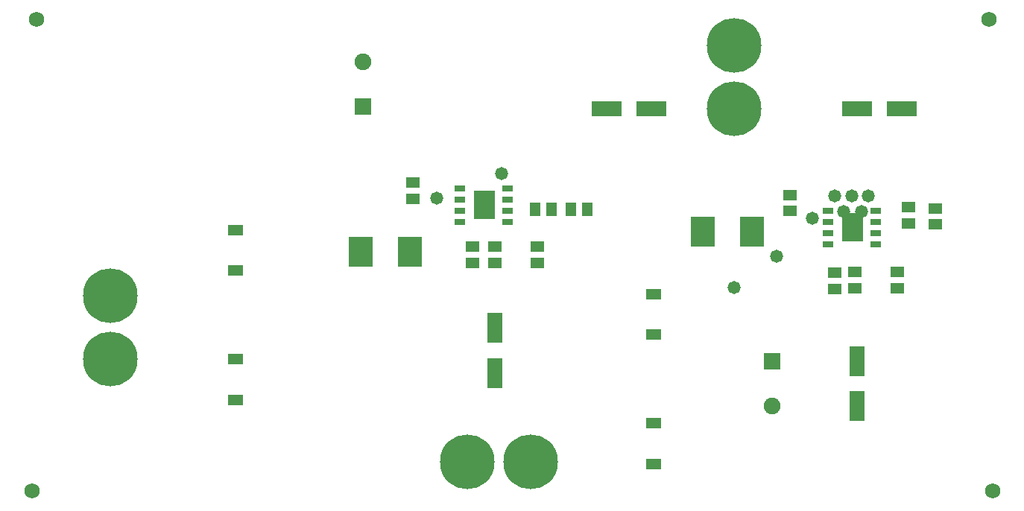
<source format=gts>
G04*
G04 #@! TF.GenerationSoftware,Altium Limited,Altium Designer,19.1.8 (144)*
G04*
G04 Layer_Color=8388736*
%FSLAX25Y25*%
%MOIN*%
G70*
G01*
G75*
%ADD23R,0.09461X0.13005*%
%ADD24R,0.05131X0.02769*%
%ADD25R,0.07099X0.13398*%
%ADD26R,0.13398X0.07099*%
%ADD27R,0.10642X0.13595*%
%ADD28R,0.05918X0.04934*%
%ADD29R,0.04934X0.05918*%
%ADD30R,0.06312X0.04934*%
%ADD31R,0.04934X0.06312*%
%ADD32R,0.06706X0.04737*%
%ADD33C,0.07493*%
%ADD34R,0.07493X0.07493*%
%ADD35C,0.24422*%
%ADD36C,0.06800*%
%ADD37C,0.05800*%
D23*
X213256Y138039D02*
D03*
X377858Y128067D02*
D03*
D24*
X223760Y135500D02*
D03*
Y140500D02*
D03*
Y145500D02*
D03*
Y130500D02*
D03*
X202500D02*
D03*
Y145500D02*
D03*
Y140500D02*
D03*
Y135500D02*
D03*
X388362Y125528D02*
D03*
Y130528D02*
D03*
Y135528D02*
D03*
Y120528D02*
D03*
X367102D02*
D03*
Y135528D02*
D03*
Y130528D02*
D03*
Y125528D02*
D03*
D25*
X218000Y62921D02*
D03*
Y83000D02*
D03*
X380000Y48000D02*
D03*
Y68079D02*
D03*
D26*
X268000Y181000D02*
D03*
X288079D02*
D03*
X400000D02*
D03*
X379921D02*
D03*
D27*
X157953Y117000D02*
D03*
X180000D02*
D03*
X310953Y126000D02*
D03*
X333000D02*
D03*
D28*
X370000Y100433D02*
D03*
Y107717D02*
D03*
X415000Y129358D02*
D03*
Y136642D02*
D03*
X208000Y112216D02*
D03*
Y119500D02*
D03*
X237000Y112216D02*
D03*
Y119500D02*
D03*
X398000Y100716D02*
D03*
Y108000D02*
D03*
D29*
X259283Y136000D02*
D03*
X252000D02*
D03*
D30*
X350000Y142642D02*
D03*
Y135358D02*
D03*
X403000Y129717D02*
D03*
Y137000D02*
D03*
X181500Y148142D02*
D03*
Y140858D02*
D03*
X218000Y119500D02*
D03*
Y112216D02*
D03*
X379000Y108000D02*
D03*
Y100716D02*
D03*
D31*
X236000Y136000D02*
D03*
X243284D02*
D03*
D32*
X289000Y22016D02*
D03*
X288980Y40323D02*
D03*
X289000Y98197D02*
D03*
X288980Y80087D02*
D03*
X101988Y50787D02*
D03*
X101969Y69095D02*
D03*
X101988Y126969D02*
D03*
X101969Y108858D02*
D03*
D33*
X342000Y48000D02*
D03*
X159000Y202000D02*
D03*
D34*
X342000Y68000D02*
D03*
X159000Y182000D02*
D03*
D35*
X205654Y23000D02*
D03*
X234000D02*
D03*
X46000Y97347D02*
D03*
Y69000D02*
D03*
X325000Y209347D02*
D03*
Y181000D02*
D03*
D36*
X13000Y221000D02*
D03*
X11000Y10000D02*
D03*
X439000Y221000D02*
D03*
X440606Y10236D02*
D03*
D37*
X385000Y142000D02*
D03*
X377535Y142004D02*
D03*
X370000Y142000D02*
D03*
X382000Y135000D02*
D03*
X374000D02*
D03*
X360000Y132000D02*
D03*
X192000Y141000D02*
D03*
X221000Y152000D02*
D03*
X344000Y115000D02*
D03*
X325000Y101000D02*
D03*
M02*

</source>
